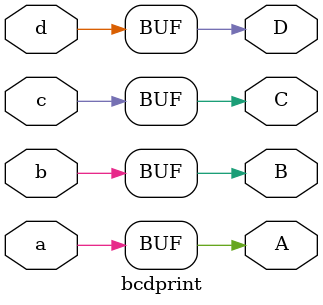
<source format=v>
module bcdprint(D,C,B,A,d,c,b,a);
output D,C,B,A;
input d,c,b,a;
assign {D,C,B,A} = {d,c,b,a};
endmodule

</source>
